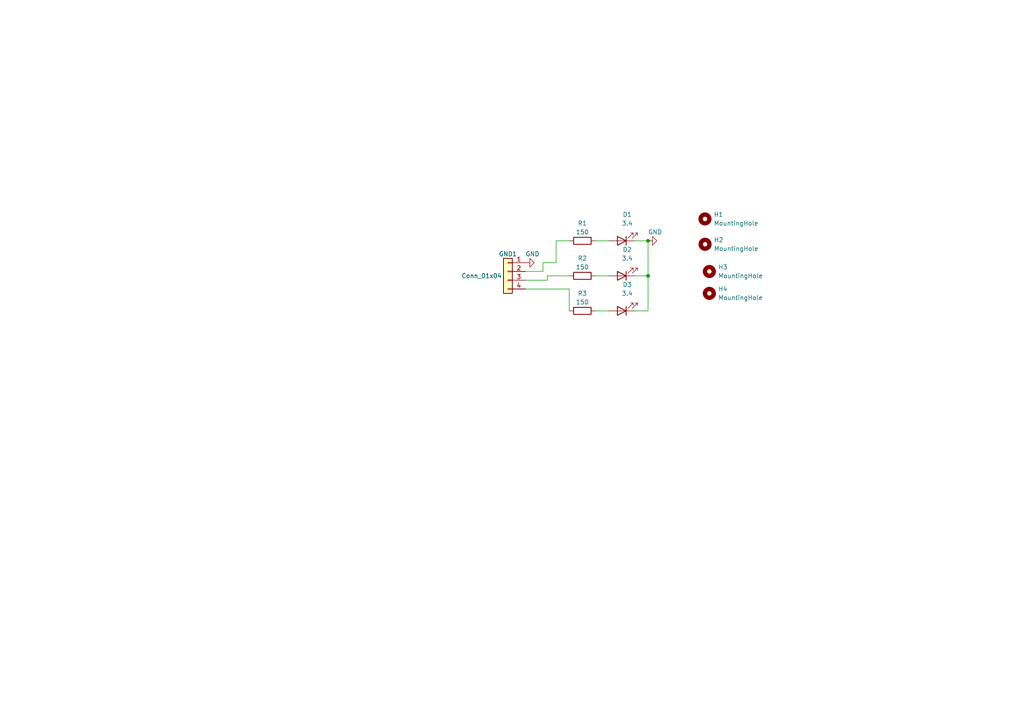
<source format=kicad_sch>
(kicad_sch (version 20211123) (generator eeschema)
  (paper "A4")
  (lib_symbols
    (symbol "Connector_Generic:Conn_01x04" (pin_names (offset 1.016) hide)
      (property "Reference" "J" (at 0 5.08 0))
      (property "Value" "Conn_01x04" (at 0 -7.62 0))
      (symbol "Conn_01x04_1_1"
        (rectangle (start -1.27 -4.953) (end 0 -5.207) (stroke (width 0.1524)))
        (rectangle (start -1.27 -2.413) (end 0 -2.667) (stroke (width 0.1524)))
        (rectangle (start -1.27 0.127) (end 0 -0.127) (stroke (width 0.1524)))
        (rectangle (start -1.27 2.667) (end 0 2.413) (stroke (width 0.1524)))
        (rectangle (start -1.27 3.81) (end 1.27 -6.35) (stroke (width 0.254)) (fill (type background)))
        (pin passive line (at -5.08 2.54 0) (length 3.81) (name "Pin_1") (number "1"))
        (pin passive line (at -5.08 0 0) (length 3.81) (name "Pin_2") (number "2"))
        (pin passive line (at -5.08 -2.54 0) (length 3.81) (name "Pin_3") (number "3"))
        (pin passive line (at -5.08 -5.08 0) (length 3.81) (name "Pin_4") (number "4"))
      )
    )
    (symbol "Device:LED" (pin_numbers hide) (pin_names (offset 1.016) hide)
      (property "Reference" "D" (at 0 2.54 0))
      (property "Value" "LED" (at 0 -2.54 0))
      (symbol "LED_0_1"
        (polyline (pts (xy -1.27 -1.27) (xy -1.27 1.27)) (stroke (width 0.254)))
        (polyline (pts (xy -1.27 0) (xy 1.27 0)))
        (polyline (pts (xy 1.27 -1.27) (xy 1.27 1.27) (xy -1.27 0) (xy 1.27 -1.27)) (stroke (width 0.254)))
        (polyline (pts (xy -3.048 -0.762) (xy -4.572 -2.286) (xy -3.81 -2.286) (xy -4.572 -2.286) (xy -4.572 -1.524)))
        (polyline (pts (xy -1.778 -0.762) (xy -3.302 -2.286) (xy -2.54 -2.286) (xy -3.302 -2.286) (xy -3.302 -1.524)))
      )
      (symbol "LED_1_1"
        (pin passive line (at -3.81 0 0) (length 2.54) (name "K") (number "1"))
        (pin passive line (at 3.81 0 180) (length 2.54) (name "A") (number "2"))
      )
    )
    (symbol "Device:R" (pin_numbers hide) (pin_names (offset 0))
      (property "Reference" "R" (at 2.032 0 90))
      (property "Value" "R" (at 0 0 90))
      (symbol "R_0_1"
        (rectangle (start -1.016 -2.54) (end 1.016 2.54) (stroke (width 0.254)))
      )
      (symbol "R_1_1"
        (pin passive line (at 0 3.81 270) (length 1.27) (name "~") (number "1"))
        (pin passive line (at 0 -3.81 90) (length 1.27) (name "~") (number "2"))
      )
    )
    (symbol "Mechanical:MountingHole" (pin_names (offset 1.016))
      (property "Reference" "H" (at 0 5.08 0))
      (property "Value" "MountingHole" (at 0 3.175 0))
      (symbol "MountingHole_0_1"
        (circle (center 0 0) (radius 1.27) (stroke (width 1.27)))
      )
    )
    (symbol "power:GND" (power) (pin_names (offset 0))
      (property "Value" "GND" (at 0 -3.81 0))
      (symbol "GND_0_1"
        (polyline (pts (xy 0 0) (xy 0 -1.27) (xy 1.27 -1.27) (xy 0 -2.54) (xy -1.27 -1.27) (xy 0 -1.27)))
      )
      (symbol "GND_1_1"
        (pin power_in line (at 0 0 270) (length 0) hide (name "GND") (number "1"))
      )
    )
  )
  (junction (at 187.96 69.85))
  (junction (at 187.96 80.01))
  (wire (pts (xy 184.15 80.01) (xy 187.96 80.01)))
  (wire (pts (xy 157.48 78.74) (xy 152.4 78.74)))
  (wire (pts (xy 158.75 81.28) (xy 152.4 81.28)))
  (wire (pts (xy 161.29 69.85) (xy 161.29 76.2)))
  (wire (pts (xy 161.29 69.85) (xy 165.1 69.85)))
  (wire (pts (xy 184.15 90.17) (xy 187.96 90.17)))
  (wire (pts (xy 165.1 80.01) (xy 158.75 80.01)))
  (wire (pts (xy 187.96 69.85) (xy 187.96 80.01)))
  (wire (pts (xy 157.48 76.2) (xy 157.48 78.74)))
  (wire (pts (xy 161.29 76.2) (xy 157.48 76.2)))
  (wire (pts (xy 165.1 90.17) (xy 165.1 83.82)))
  (wire (pts (xy 187.96 80.01) (xy 187.96 90.17)))
  (wire (pts (xy 172.72 69.85) (xy 176.53 69.85)))
  (wire (pts (xy 172.72 80.01) (xy 176.53 80.01)))
  (wire (pts (xy 158.75 80.01) (xy 158.75 81.28)))
  (wire (pts (xy 184.15 69.85) (xy 187.96 69.85)))
  (wire (pts (xy 165.1 83.82) (xy 152.4 83.82)))
  (wire (pts (xy 172.72 90.17) (xy 176.53 90.17)))
  (symbol (lib_id "Device:R") (at 168.91 80.01 90) (unit 1)
    (property "Reference" "R2" (at 168.91 74.93 90))
    (property "Value" "150" (at 168.91 77.47 90))
    (property "Footprint" "Resistor_THT:R_Axial_DIN0204_L3.6mm_D1.6mm_P5.08mm_Horizontal" (effects hide))
  )
  (symbol (lib_id "Mechanical:MountingHole") (at 204.47 63.5 0) (unit 1)
    (property "Reference" "H1" (at 207.01 62.2299 0) (effects (justify left)))
    (property "Value" "MountingHole" (at 207.01 64.7699 0) (effects (justify left)))
    (property "Footprint" "MountingHole:MountingHole_2.5mm_Pad" (effects hide))
  )
  (symbol (lib_id "Device:R") (at 168.91 69.85 90) (unit 1)
    (property "Reference" "R1" (at 168.91 64.77 90))
    (property "Value" "150" (at 168.91 67.31 90))
    (property "Footprint" "Resistor_THT:R_Axial_DIN0204_L3.6mm_D1.6mm_P5.08mm_Horizontal" (effects hide))
  )
  (symbol (lib_id "power:GND") (at 152.4 76.2 90) (unit 1)
    (property "Reference" "#PWR0101" (effects hide))
    (property "Value" "GND" (at 152.4 73.66 90) (effects (justify right)))
  )
  (symbol (lib_id "Mechanical:MountingHole") (at 205.74 78.74 0) (unit 1)
    (property "Reference" "H3" (at 208.28 77.4699 0) (effects (justify left)))
    (property "Value" "MountingHole" (at 208.28 80.0099 0) (effects (justify left)))
    (property "Footprint" "MountingHole:MountingHole_2.5mm_Pad" (effects hide))
  )
  (symbol (lib_id "Mechanical:MountingHole") (at 204.5003 70.8504 0) (unit 1)
    (property "Reference" "H2" (at 207.0403 69.5803 0) (effects (justify left)))
    (property "Value" "MountingHole" (at 207.0403 72.1203 0) (effects (justify left)))
    (property "Footprint" "MountingHole:MountingHole_2.5mm_Pad" (effects hide))
  )
  (symbol (lib_id "Device:R") (at 168.91 90.17 90) (unit 1)
    (property "Reference" "R3" (at 168.91 85.09 90))
    (property "Value" "150" (at 168.91 87.63 90))
    (property "Footprint" "Resistor_THT:R_Axial_DIN0204_L3.6mm_D1.6mm_P5.08mm_Horizontal" (effects hide))
  )
  (symbol (lib_id "Connector_Generic:Conn_01x04") (at 147.32 78.74 0) (mirror y) (unit 1)
    (property "Reference" "GND1" (at 147.32 73.66 0))
    (property "Value" "Conn_01x04" (at 139.7 80.01 0))
    (property "Footprint" "Connector_PinHeader_2.54mm:PinHeader_1x04_P2.54mm_Horizontal" (effects hide))
  )
  (symbol (lib_id "Device:LED") (at 180.34 69.85 180) (unit 1)
    (property "Reference" "D1" (at 181.9275 62.23 0))
    (property "Value" "3.4" (at 181.9275 64.77 0))
    (property "Footprint" "LED_THT:LED_D3.0mm" (effects hide))
  )
  (symbol (lib_id "Device:LED") (at 180.34 80.01 180) (unit 1)
    (property "Reference" "D2" (at 181.9275 72.39 0))
    (property "Value" "3.4" (at 181.9275 74.93 0))
    (property "Footprint" "LED_THT:LED_D3.0mm" (effects hide))
  )
  (symbol (lib_id "Device:LED") (at 180.34 90.17 180) (unit 1)
    (property "Reference" "D3" (at 181.9275 82.55 0))
    (property "Value" "3.4" (at 181.9275 85.09 0))
    (property "Footprint" "LED_THT:LED_D3.0mm" (effects hide))
  )
  (symbol (lib_id "Mechanical:MountingHole") (at 205.74 85.09 0) (unit 1)
    (property "Reference" "H4" (at 208.28 83.8199 0) (effects (justify left)))
    (property "Value" "MountingHole" (at 208.28 86.3599 0) (effects (justify left)))
    (property "Footprint" "MountingHole:MountingHole_2.5mm_Pad" (effects hide))
  )
  (symbol (lib_id "power:GND") (at 187.96 69.85 90) (unit 1)
    (property "Reference" "#PWR0102" (effects hide))
    (property "Value" "GND" (at 187.96 67.31 90) (effects (justify right)))
  )
)
</source>
